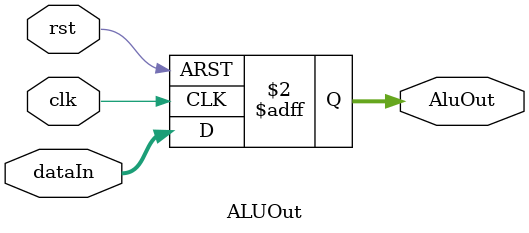
<source format=v>
module ALUOut(input clk, rst, input [7:0] dataIn, output reg [7:0] AluOut);
  always@(posedge clk, posedge rst) begin
    if(rst)
      AluOut <= 8'b0;
    else if(clk)
      AluOut <= dataIn;
  end
endmodule 




</source>
